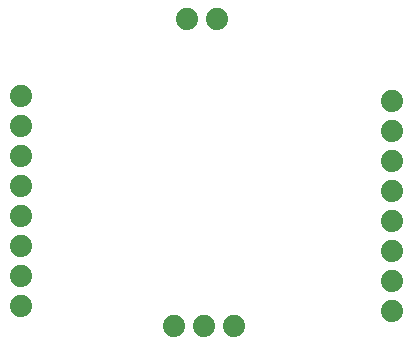
<source format=gbr>
G04 EAGLE Gerber RS-274X export*
G75*
%MOMM*%
%FSLAX34Y34*%
%LPD*%
%INBottom Copper*%
%IPPOS*%
%AMOC8*
5,1,8,0,0,1.08239X$1,22.5*%
G01*
%ADD10C,1.879600*%


D10*
X183300Y299800D03*
X208700Y299800D03*
X223200Y40200D03*
X197800Y40200D03*
X172400Y40200D03*
X42620Y56570D03*
X42620Y81970D03*
X42620Y107370D03*
X42620Y132770D03*
X42620Y158170D03*
X42620Y183570D03*
X42620Y208970D03*
X42620Y234370D03*
X356700Y230200D03*
X356700Y204800D03*
X356700Y179400D03*
X356700Y154000D03*
X356700Y128600D03*
X356700Y103200D03*
X356700Y77800D03*
X356700Y52400D03*
M02*

</source>
